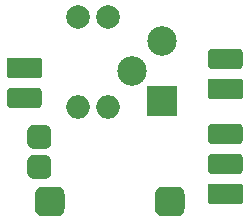
<source format=gbr>
G04 #@! TF.GenerationSoftware,KiCad,Pcbnew,5.1.5+dfsg1-2build2*
G04 #@! TF.CreationDate,2020-11-06T22:36:43+01:00*
G04 #@! TF.ProjectId,lighthouse,6c696768-7468-46f7-9573-652e6b696361,rev?*
G04 #@! TF.SameCoordinates,PX36049d0PY465e678*
G04 #@! TF.FileFunction,Copper,L1,Top*
G04 #@! TF.FilePolarity,Positive*
%FSLAX46Y46*%
G04 Gerber Fmt 4.6, Leading zero omitted, Abs format (unit mm)*
G04 Created by KiCad (PCBNEW 5.1.5+dfsg1-2build2) date 2020-11-06 22:36:43*
%MOMM*%
%LPD*%
G04 APERTURE LIST*
%ADD10R,2.500000X2.500000*%
%ADD11C,2.500000*%
%ADD12C,0.100000*%
%ADD13O,2.000000X2.000000*%
%ADD14C,2.000000*%
G04 APERTURE END LIST*
D10*
X15748000Y-10414000D03*
D11*
X15748000Y-5334000D03*
X13208000Y-7874000D03*
G04 #@! TA.AperFunction,ComponentPad*
D12*
G36*
X6909261Y-17676010D02*
G01*
X6969931Y-17685009D01*
X7029428Y-17699912D01*
X7087177Y-17720575D01*
X7142623Y-17746799D01*
X7195231Y-17778331D01*
X7244496Y-17814868D01*
X7289942Y-17856058D01*
X7331132Y-17901504D01*
X7367669Y-17950769D01*
X7399201Y-18003377D01*
X7425425Y-18058823D01*
X7446088Y-18116572D01*
X7460991Y-18176069D01*
X7469990Y-18236739D01*
X7473000Y-18298000D01*
X7473000Y-19548000D01*
X7469990Y-19609261D01*
X7460991Y-19669931D01*
X7446088Y-19729428D01*
X7425425Y-19787177D01*
X7399201Y-19842623D01*
X7367669Y-19895231D01*
X7331132Y-19944496D01*
X7289942Y-19989942D01*
X7244496Y-20031132D01*
X7195231Y-20067669D01*
X7142623Y-20099201D01*
X7087177Y-20125425D01*
X7029428Y-20146088D01*
X6969931Y-20160991D01*
X6909261Y-20169990D01*
X6848000Y-20173000D01*
X5598000Y-20173000D01*
X5536739Y-20169990D01*
X5476069Y-20160991D01*
X5416572Y-20146088D01*
X5358823Y-20125425D01*
X5303377Y-20099201D01*
X5250769Y-20067669D01*
X5201504Y-20031132D01*
X5156058Y-19989942D01*
X5114868Y-19944496D01*
X5078331Y-19895231D01*
X5046799Y-19842623D01*
X5020575Y-19787177D01*
X4999912Y-19729428D01*
X4985009Y-19669931D01*
X4976010Y-19609261D01*
X4973000Y-19548000D01*
X4973000Y-18298000D01*
X4976010Y-18236739D01*
X4985009Y-18176069D01*
X4999912Y-18116572D01*
X5020575Y-18058823D01*
X5046799Y-18003377D01*
X5078331Y-17950769D01*
X5114868Y-17901504D01*
X5156058Y-17856058D01*
X5201504Y-17814868D01*
X5250769Y-17778331D01*
X5303377Y-17746799D01*
X5358823Y-17720575D01*
X5416572Y-17699912D01*
X5476069Y-17685009D01*
X5536739Y-17676010D01*
X5598000Y-17673000D01*
X6848000Y-17673000D01*
X6909261Y-17676010D01*
G37*
G04 #@! TD.AperFunction*
G04 #@! TA.AperFunction,ComponentPad*
G36*
X17069261Y-17676010D02*
G01*
X17129931Y-17685009D01*
X17189428Y-17699912D01*
X17247177Y-17720575D01*
X17302623Y-17746799D01*
X17355231Y-17778331D01*
X17404496Y-17814868D01*
X17449942Y-17856058D01*
X17491132Y-17901504D01*
X17527669Y-17950769D01*
X17559201Y-18003377D01*
X17585425Y-18058823D01*
X17606088Y-18116572D01*
X17620991Y-18176069D01*
X17629990Y-18236739D01*
X17633000Y-18298000D01*
X17633000Y-19548000D01*
X17629990Y-19609261D01*
X17620991Y-19669931D01*
X17606088Y-19729428D01*
X17585425Y-19787177D01*
X17559201Y-19842623D01*
X17527669Y-19895231D01*
X17491132Y-19944496D01*
X17449942Y-19989942D01*
X17404496Y-20031132D01*
X17355231Y-20067669D01*
X17302623Y-20099201D01*
X17247177Y-20125425D01*
X17189428Y-20146088D01*
X17129931Y-20160991D01*
X17069261Y-20169990D01*
X17008000Y-20173000D01*
X15758000Y-20173000D01*
X15696739Y-20169990D01*
X15636069Y-20160991D01*
X15576572Y-20146088D01*
X15518823Y-20125425D01*
X15463377Y-20099201D01*
X15410769Y-20067669D01*
X15361504Y-20031132D01*
X15316058Y-19989942D01*
X15274868Y-19944496D01*
X15238331Y-19895231D01*
X15206799Y-19842623D01*
X15180575Y-19787177D01*
X15159912Y-19729428D01*
X15145009Y-19669931D01*
X15136010Y-19609261D01*
X15133000Y-19548000D01*
X15133000Y-18298000D01*
X15136010Y-18236739D01*
X15145009Y-18176069D01*
X15159912Y-18116572D01*
X15180575Y-18058823D01*
X15206799Y-18003377D01*
X15238331Y-17950769D01*
X15274868Y-17901504D01*
X15316058Y-17856058D01*
X15361504Y-17814868D01*
X15410769Y-17778331D01*
X15463377Y-17746799D01*
X15518823Y-17720575D01*
X15576572Y-17699912D01*
X15636069Y-17685009D01*
X15696739Y-17676010D01*
X15758000Y-17673000D01*
X17008000Y-17673000D01*
X17069261Y-17676010D01*
G37*
G04 #@! TD.AperFunction*
G04 #@! TA.AperFunction,ComponentPad*
G36*
X5337999Y-6751207D02*
G01*
X5362322Y-6754814D01*
X5386174Y-6760789D01*
X5409325Y-6769073D01*
X5431553Y-6779586D01*
X5452644Y-6792227D01*
X5472394Y-6806875D01*
X5490613Y-6823387D01*
X5507125Y-6841606D01*
X5521773Y-6861356D01*
X5534414Y-6882447D01*
X5544927Y-6904675D01*
X5553211Y-6927826D01*
X5559186Y-6951678D01*
X5562793Y-6976001D01*
X5564000Y-7000560D01*
X5564000Y-8239440D01*
X5562793Y-8263999D01*
X5559186Y-8288322D01*
X5553211Y-8312174D01*
X5544927Y-8335325D01*
X5534414Y-8357553D01*
X5521773Y-8378644D01*
X5507125Y-8398394D01*
X5490613Y-8416613D01*
X5472394Y-8433125D01*
X5452644Y-8447773D01*
X5431553Y-8460414D01*
X5409325Y-8470927D01*
X5386174Y-8479211D01*
X5362322Y-8485186D01*
X5337999Y-8488793D01*
X5313440Y-8490000D01*
X2814560Y-8490000D01*
X2790001Y-8488793D01*
X2765678Y-8485186D01*
X2741826Y-8479211D01*
X2718675Y-8470927D01*
X2696447Y-8460414D01*
X2675356Y-8447773D01*
X2655606Y-8433125D01*
X2637387Y-8416613D01*
X2620875Y-8398394D01*
X2606227Y-8378644D01*
X2593586Y-8357553D01*
X2583073Y-8335325D01*
X2574789Y-8312174D01*
X2568814Y-8288322D01*
X2565207Y-8263999D01*
X2564000Y-8239440D01*
X2564000Y-7000560D01*
X2565207Y-6976001D01*
X2568814Y-6951678D01*
X2574789Y-6927826D01*
X2583073Y-6904675D01*
X2593586Y-6882447D01*
X2606227Y-6861356D01*
X2620875Y-6841606D01*
X2637387Y-6823387D01*
X2655606Y-6806875D01*
X2675356Y-6792227D01*
X2696447Y-6779586D01*
X2718675Y-6769073D01*
X2741826Y-6760789D01*
X2765678Y-6754814D01*
X2790001Y-6751207D01*
X2814560Y-6750000D01*
X5313440Y-6750000D01*
X5337999Y-6751207D01*
G37*
G04 #@! TD.AperFunction*
G04 #@! TA.AperFunction,ComponentPad*
G36*
X5171637Y-9292095D02*
G01*
X5213864Y-9298358D01*
X5255274Y-9308731D01*
X5295467Y-9323112D01*
X5334058Y-9341364D01*
X5370673Y-9363311D01*
X5404961Y-9388740D01*
X5436591Y-9417409D01*
X5465260Y-9449039D01*
X5490689Y-9483327D01*
X5512636Y-9519942D01*
X5530888Y-9558533D01*
X5545269Y-9598726D01*
X5555642Y-9640136D01*
X5561905Y-9682363D01*
X5564000Y-9725000D01*
X5564000Y-10595000D01*
X5561905Y-10637637D01*
X5555642Y-10679864D01*
X5545269Y-10721274D01*
X5530888Y-10761467D01*
X5512636Y-10800058D01*
X5490689Y-10836673D01*
X5465260Y-10870961D01*
X5436591Y-10902591D01*
X5404961Y-10931260D01*
X5370673Y-10956689D01*
X5334058Y-10978636D01*
X5295467Y-10996888D01*
X5255274Y-11011269D01*
X5213864Y-11021642D01*
X5171637Y-11027905D01*
X5129000Y-11030000D01*
X2999000Y-11030000D01*
X2956363Y-11027905D01*
X2914136Y-11021642D01*
X2872726Y-11011269D01*
X2832533Y-10996888D01*
X2793942Y-10978636D01*
X2757327Y-10956689D01*
X2723039Y-10931260D01*
X2691409Y-10902591D01*
X2662740Y-10870961D01*
X2637311Y-10836673D01*
X2615364Y-10800058D01*
X2597112Y-10761467D01*
X2582731Y-10721274D01*
X2572358Y-10679864D01*
X2566095Y-10637637D01*
X2564000Y-10595000D01*
X2564000Y-9725000D01*
X2566095Y-9682363D01*
X2572358Y-9640136D01*
X2582731Y-9598726D01*
X2597112Y-9558533D01*
X2615364Y-9519942D01*
X2637311Y-9483327D01*
X2662740Y-9449039D01*
X2691409Y-9417409D01*
X2723039Y-9388740D01*
X2757327Y-9363311D01*
X2793942Y-9341364D01*
X2832533Y-9323112D01*
X2872726Y-9308731D01*
X2914136Y-9298358D01*
X2956363Y-9292095D01*
X2999000Y-9290000D01*
X5129000Y-9290000D01*
X5171637Y-9292095D01*
G37*
G04 #@! TD.AperFunction*
G04 #@! TA.AperFunction,ComponentPad*
G36*
X22189637Y-5990095D02*
G01*
X22231864Y-5996358D01*
X22273274Y-6006731D01*
X22313467Y-6021112D01*
X22352058Y-6039364D01*
X22388673Y-6061311D01*
X22422961Y-6086740D01*
X22454591Y-6115409D01*
X22483260Y-6147039D01*
X22508689Y-6181327D01*
X22530636Y-6217942D01*
X22548888Y-6256533D01*
X22563269Y-6296726D01*
X22573642Y-6338136D01*
X22579905Y-6380363D01*
X22582000Y-6423000D01*
X22582000Y-7293000D01*
X22579905Y-7335637D01*
X22573642Y-7377864D01*
X22563269Y-7419274D01*
X22548888Y-7459467D01*
X22530636Y-7498058D01*
X22508689Y-7534673D01*
X22483260Y-7568961D01*
X22454591Y-7600591D01*
X22422961Y-7629260D01*
X22388673Y-7654689D01*
X22352058Y-7676636D01*
X22313467Y-7694888D01*
X22273274Y-7709269D01*
X22231864Y-7719642D01*
X22189637Y-7725905D01*
X22147000Y-7728000D01*
X20017000Y-7728000D01*
X19974363Y-7725905D01*
X19932136Y-7719642D01*
X19890726Y-7709269D01*
X19850533Y-7694888D01*
X19811942Y-7676636D01*
X19775327Y-7654689D01*
X19741039Y-7629260D01*
X19709409Y-7600591D01*
X19680740Y-7568961D01*
X19655311Y-7534673D01*
X19633364Y-7498058D01*
X19615112Y-7459467D01*
X19600731Y-7419274D01*
X19590358Y-7377864D01*
X19584095Y-7335637D01*
X19582000Y-7293000D01*
X19582000Y-6423000D01*
X19584095Y-6380363D01*
X19590358Y-6338136D01*
X19600731Y-6296726D01*
X19615112Y-6256533D01*
X19633364Y-6217942D01*
X19655311Y-6181327D01*
X19680740Y-6147039D01*
X19709409Y-6115409D01*
X19741039Y-6086740D01*
X19775327Y-6061311D01*
X19811942Y-6039364D01*
X19850533Y-6021112D01*
X19890726Y-6006731D01*
X19932136Y-5996358D01*
X19974363Y-5990095D01*
X20017000Y-5988000D01*
X22147000Y-5988000D01*
X22189637Y-5990095D01*
G37*
G04 #@! TD.AperFunction*
G04 #@! TA.AperFunction,ComponentPad*
G36*
X22355999Y-8529207D02*
G01*
X22380322Y-8532814D01*
X22404174Y-8538789D01*
X22427325Y-8547073D01*
X22449553Y-8557586D01*
X22470644Y-8570227D01*
X22490394Y-8584875D01*
X22508613Y-8601387D01*
X22525125Y-8619606D01*
X22539773Y-8639356D01*
X22552414Y-8660447D01*
X22562927Y-8682675D01*
X22571211Y-8705826D01*
X22577186Y-8729678D01*
X22580793Y-8754001D01*
X22582000Y-8778560D01*
X22582000Y-10017440D01*
X22580793Y-10041999D01*
X22577186Y-10066322D01*
X22571211Y-10090174D01*
X22562927Y-10113325D01*
X22552414Y-10135553D01*
X22539773Y-10156644D01*
X22525125Y-10176394D01*
X22508613Y-10194613D01*
X22490394Y-10211125D01*
X22470644Y-10225773D01*
X22449553Y-10238414D01*
X22427325Y-10248927D01*
X22404174Y-10257211D01*
X22380322Y-10263186D01*
X22355999Y-10266793D01*
X22331440Y-10268000D01*
X19832560Y-10268000D01*
X19808001Y-10266793D01*
X19783678Y-10263186D01*
X19759826Y-10257211D01*
X19736675Y-10248927D01*
X19714447Y-10238414D01*
X19693356Y-10225773D01*
X19673606Y-10211125D01*
X19655387Y-10194613D01*
X19638875Y-10176394D01*
X19624227Y-10156644D01*
X19611586Y-10135553D01*
X19601073Y-10113325D01*
X19592789Y-10090174D01*
X19586814Y-10066322D01*
X19583207Y-10041999D01*
X19582000Y-10017440D01*
X19582000Y-8778560D01*
X19583207Y-8754001D01*
X19586814Y-8729678D01*
X19592789Y-8705826D01*
X19601073Y-8682675D01*
X19611586Y-8660447D01*
X19624227Y-8639356D01*
X19638875Y-8619606D01*
X19655387Y-8601387D01*
X19673606Y-8584875D01*
X19693356Y-8570227D01*
X19714447Y-8557586D01*
X19736675Y-8547073D01*
X19759826Y-8538789D01*
X19783678Y-8532814D01*
X19808001Y-8529207D01*
X19832560Y-8528000D01*
X22331440Y-8528000D01*
X22355999Y-8529207D01*
G37*
G04 #@! TD.AperFunction*
G04 #@! TA.AperFunction,ComponentPad*
G36*
X22355999Y-17419207D02*
G01*
X22380322Y-17422814D01*
X22404174Y-17428789D01*
X22427325Y-17437073D01*
X22449553Y-17447586D01*
X22470644Y-17460227D01*
X22490394Y-17474875D01*
X22508613Y-17491387D01*
X22525125Y-17509606D01*
X22539773Y-17529356D01*
X22552414Y-17550447D01*
X22562927Y-17572675D01*
X22571211Y-17595826D01*
X22577186Y-17619678D01*
X22580793Y-17644001D01*
X22582000Y-17668560D01*
X22582000Y-18907440D01*
X22580793Y-18931999D01*
X22577186Y-18956322D01*
X22571211Y-18980174D01*
X22562927Y-19003325D01*
X22552414Y-19025553D01*
X22539773Y-19046644D01*
X22525125Y-19066394D01*
X22508613Y-19084613D01*
X22490394Y-19101125D01*
X22470644Y-19115773D01*
X22449553Y-19128414D01*
X22427325Y-19138927D01*
X22404174Y-19147211D01*
X22380322Y-19153186D01*
X22355999Y-19156793D01*
X22331440Y-19158000D01*
X19832560Y-19158000D01*
X19808001Y-19156793D01*
X19783678Y-19153186D01*
X19759826Y-19147211D01*
X19736675Y-19138927D01*
X19714447Y-19128414D01*
X19693356Y-19115773D01*
X19673606Y-19101125D01*
X19655387Y-19084613D01*
X19638875Y-19066394D01*
X19624227Y-19046644D01*
X19611586Y-19025553D01*
X19601073Y-19003325D01*
X19592789Y-18980174D01*
X19586814Y-18956322D01*
X19583207Y-18931999D01*
X19582000Y-18907440D01*
X19582000Y-17668560D01*
X19583207Y-17644001D01*
X19586814Y-17619678D01*
X19592789Y-17595826D01*
X19601073Y-17572675D01*
X19611586Y-17550447D01*
X19624227Y-17529356D01*
X19638875Y-17509606D01*
X19655387Y-17491387D01*
X19673606Y-17474875D01*
X19693356Y-17460227D01*
X19714447Y-17447586D01*
X19736675Y-17437073D01*
X19759826Y-17428789D01*
X19783678Y-17422814D01*
X19808001Y-17419207D01*
X19832560Y-17418000D01*
X22331440Y-17418000D01*
X22355999Y-17419207D01*
G37*
G04 #@! TD.AperFunction*
G04 #@! TA.AperFunction,ComponentPad*
G36*
X22189637Y-14880095D02*
G01*
X22231864Y-14886358D01*
X22273274Y-14896731D01*
X22313467Y-14911112D01*
X22352058Y-14929364D01*
X22388673Y-14951311D01*
X22422961Y-14976740D01*
X22454591Y-15005409D01*
X22483260Y-15037039D01*
X22508689Y-15071327D01*
X22530636Y-15107942D01*
X22548888Y-15146533D01*
X22563269Y-15186726D01*
X22573642Y-15228136D01*
X22579905Y-15270363D01*
X22582000Y-15313000D01*
X22582000Y-16183000D01*
X22579905Y-16225637D01*
X22573642Y-16267864D01*
X22563269Y-16309274D01*
X22548888Y-16349467D01*
X22530636Y-16388058D01*
X22508689Y-16424673D01*
X22483260Y-16458961D01*
X22454591Y-16490591D01*
X22422961Y-16519260D01*
X22388673Y-16544689D01*
X22352058Y-16566636D01*
X22313467Y-16584888D01*
X22273274Y-16599269D01*
X22231864Y-16609642D01*
X22189637Y-16615905D01*
X22147000Y-16618000D01*
X20017000Y-16618000D01*
X19974363Y-16615905D01*
X19932136Y-16609642D01*
X19890726Y-16599269D01*
X19850533Y-16584888D01*
X19811942Y-16566636D01*
X19775327Y-16544689D01*
X19741039Y-16519260D01*
X19709409Y-16490591D01*
X19680740Y-16458961D01*
X19655311Y-16424673D01*
X19633364Y-16388058D01*
X19615112Y-16349467D01*
X19600731Y-16309274D01*
X19590358Y-16267864D01*
X19584095Y-16225637D01*
X19582000Y-16183000D01*
X19582000Y-15313000D01*
X19584095Y-15270363D01*
X19590358Y-15228136D01*
X19600731Y-15186726D01*
X19615112Y-15146533D01*
X19633364Y-15107942D01*
X19655311Y-15071327D01*
X19680740Y-15037039D01*
X19709409Y-15005409D01*
X19741039Y-14976740D01*
X19775327Y-14951311D01*
X19811942Y-14929364D01*
X19850533Y-14911112D01*
X19890726Y-14896731D01*
X19932136Y-14886358D01*
X19974363Y-14880095D01*
X20017000Y-14878000D01*
X22147000Y-14878000D01*
X22189637Y-14880095D01*
G37*
G04 #@! TD.AperFunction*
G04 #@! TA.AperFunction,ComponentPad*
G36*
X22189637Y-12340095D02*
G01*
X22231864Y-12346358D01*
X22273274Y-12356731D01*
X22313467Y-12371112D01*
X22352058Y-12389364D01*
X22388673Y-12411311D01*
X22422961Y-12436740D01*
X22454591Y-12465409D01*
X22483260Y-12497039D01*
X22508689Y-12531327D01*
X22530636Y-12567942D01*
X22548888Y-12606533D01*
X22563269Y-12646726D01*
X22573642Y-12688136D01*
X22579905Y-12730363D01*
X22582000Y-12773000D01*
X22582000Y-13643000D01*
X22579905Y-13685637D01*
X22573642Y-13727864D01*
X22563269Y-13769274D01*
X22548888Y-13809467D01*
X22530636Y-13848058D01*
X22508689Y-13884673D01*
X22483260Y-13918961D01*
X22454591Y-13950591D01*
X22422961Y-13979260D01*
X22388673Y-14004689D01*
X22352058Y-14026636D01*
X22313467Y-14044888D01*
X22273274Y-14059269D01*
X22231864Y-14069642D01*
X22189637Y-14075905D01*
X22147000Y-14078000D01*
X20017000Y-14078000D01*
X19974363Y-14075905D01*
X19932136Y-14069642D01*
X19890726Y-14059269D01*
X19850533Y-14044888D01*
X19811942Y-14026636D01*
X19775327Y-14004689D01*
X19741039Y-13979260D01*
X19709409Y-13950591D01*
X19680740Y-13918961D01*
X19655311Y-13884673D01*
X19633364Y-13848058D01*
X19615112Y-13809467D01*
X19600731Y-13769274D01*
X19590358Y-13727864D01*
X19584095Y-13685637D01*
X19582000Y-13643000D01*
X19582000Y-12773000D01*
X19584095Y-12730363D01*
X19590358Y-12688136D01*
X19600731Y-12646726D01*
X19615112Y-12606533D01*
X19633364Y-12567942D01*
X19655311Y-12531327D01*
X19680740Y-12497039D01*
X19709409Y-12465409D01*
X19741039Y-12436740D01*
X19775327Y-12411311D01*
X19811942Y-12389364D01*
X19850533Y-12371112D01*
X19890726Y-12356731D01*
X19932136Y-12346358D01*
X19974363Y-12340095D01*
X20017000Y-12338000D01*
X22147000Y-12338000D01*
X22189637Y-12340095D01*
G37*
G04 #@! TD.AperFunction*
D13*
X8636000Y-10922000D03*
D14*
X8636000Y-3302000D03*
X11176000Y-3302000D03*
D13*
X11176000Y-10922000D03*
G04 #@! TA.AperFunction,ComponentPad*
D12*
G36*
X5883009Y-12464408D02*
G01*
X5931545Y-12471607D01*
X5979142Y-12483530D01*
X6025342Y-12500060D01*
X6069698Y-12521039D01*
X6111785Y-12546265D01*
X6151197Y-12575495D01*
X6187553Y-12608447D01*
X6220505Y-12644803D01*
X6249735Y-12684215D01*
X6274961Y-12726302D01*
X6295940Y-12770658D01*
X6312470Y-12816858D01*
X6324393Y-12864455D01*
X6331592Y-12912991D01*
X6334000Y-12962000D01*
X6334000Y-13962000D01*
X6331592Y-14011009D01*
X6324393Y-14059545D01*
X6312470Y-14107142D01*
X6295940Y-14153342D01*
X6274961Y-14197698D01*
X6249735Y-14239785D01*
X6220505Y-14279197D01*
X6187553Y-14315553D01*
X6151197Y-14348505D01*
X6111785Y-14377735D01*
X6069698Y-14402961D01*
X6025342Y-14423940D01*
X5979142Y-14440470D01*
X5931545Y-14452393D01*
X5883009Y-14459592D01*
X5834000Y-14462000D01*
X4834000Y-14462000D01*
X4784991Y-14459592D01*
X4736455Y-14452393D01*
X4688858Y-14440470D01*
X4642658Y-14423940D01*
X4598302Y-14402961D01*
X4556215Y-14377735D01*
X4516803Y-14348505D01*
X4480447Y-14315553D01*
X4447495Y-14279197D01*
X4418265Y-14239785D01*
X4393039Y-14197698D01*
X4372060Y-14153342D01*
X4355530Y-14107142D01*
X4343607Y-14059545D01*
X4336408Y-14011009D01*
X4334000Y-13962000D01*
X4334000Y-12962000D01*
X4336408Y-12912991D01*
X4343607Y-12864455D01*
X4355530Y-12816858D01*
X4372060Y-12770658D01*
X4393039Y-12726302D01*
X4418265Y-12684215D01*
X4447495Y-12644803D01*
X4480447Y-12608447D01*
X4516803Y-12575495D01*
X4556215Y-12546265D01*
X4598302Y-12521039D01*
X4642658Y-12500060D01*
X4688858Y-12483530D01*
X4736455Y-12471607D01*
X4784991Y-12464408D01*
X4834000Y-12462000D01*
X5834000Y-12462000D01*
X5883009Y-12464408D01*
G37*
G04 #@! TD.AperFunction*
G04 #@! TA.AperFunction,ComponentPad*
G36*
X5883009Y-15004408D02*
G01*
X5931545Y-15011607D01*
X5979142Y-15023530D01*
X6025342Y-15040060D01*
X6069698Y-15061039D01*
X6111785Y-15086265D01*
X6151197Y-15115495D01*
X6187553Y-15148447D01*
X6220505Y-15184803D01*
X6249735Y-15224215D01*
X6274961Y-15266302D01*
X6295940Y-15310658D01*
X6312470Y-15356858D01*
X6324393Y-15404455D01*
X6331592Y-15452991D01*
X6334000Y-15502000D01*
X6334000Y-16502000D01*
X6331592Y-16551009D01*
X6324393Y-16599545D01*
X6312470Y-16647142D01*
X6295940Y-16693342D01*
X6274961Y-16737698D01*
X6249735Y-16779785D01*
X6220505Y-16819197D01*
X6187553Y-16855553D01*
X6151197Y-16888505D01*
X6111785Y-16917735D01*
X6069698Y-16942961D01*
X6025342Y-16963940D01*
X5979142Y-16980470D01*
X5931545Y-16992393D01*
X5883009Y-16999592D01*
X5834000Y-17002000D01*
X4834000Y-17002000D01*
X4784991Y-16999592D01*
X4736455Y-16992393D01*
X4688858Y-16980470D01*
X4642658Y-16963940D01*
X4598302Y-16942961D01*
X4556215Y-16917735D01*
X4516803Y-16888505D01*
X4480447Y-16855553D01*
X4447495Y-16819197D01*
X4418265Y-16779785D01*
X4393039Y-16737698D01*
X4372060Y-16693342D01*
X4355530Y-16647142D01*
X4343607Y-16599545D01*
X4336408Y-16551009D01*
X4334000Y-16502000D01*
X4334000Y-15502000D01*
X4336408Y-15452991D01*
X4343607Y-15404455D01*
X4355530Y-15356858D01*
X4372060Y-15310658D01*
X4393039Y-15266302D01*
X4418265Y-15224215D01*
X4447495Y-15184803D01*
X4480447Y-15148447D01*
X4516803Y-15115495D01*
X4556215Y-15086265D01*
X4598302Y-15061039D01*
X4642658Y-15040060D01*
X4688858Y-15023530D01*
X4736455Y-15011607D01*
X4784991Y-15004408D01*
X4834000Y-15002000D01*
X5834000Y-15002000D01*
X5883009Y-15004408D01*
G37*
G04 #@! TD.AperFunction*
M02*

</source>
